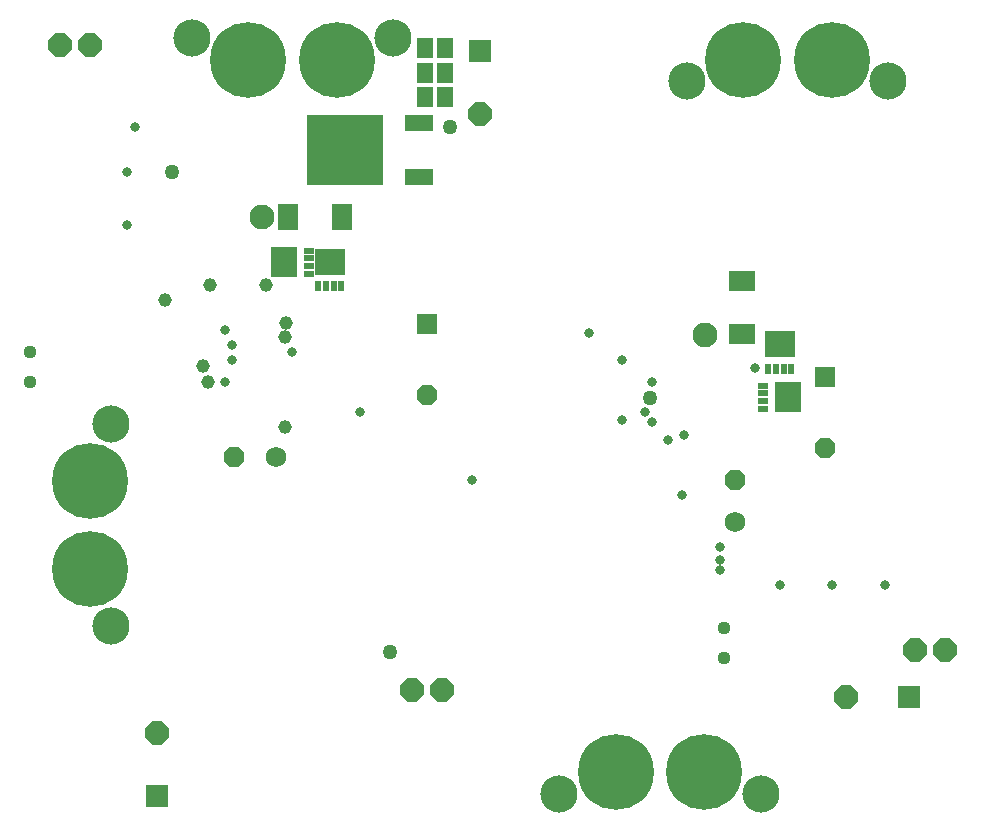
<source format=gbs>
G75*
%MOIN*%
%OFA0B0*%
%FSLAX25Y25*%
%IPPOS*%
%LPD*%
%AMOC8*
5,1,8,0,0,1.08239X$1,22.5*
%
%ADD10OC8,0.07724*%
%ADD11C,0.12400*%
%ADD12C,0.25269*%
%ADD13OC8,0.06900*%
%ADD14C,0.06900*%
%ADD15R,0.05718X0.06506*%
%ADD16R,0.25797X0.23435*%
%ADD17R,0.09261X0.05324*%
%ADD18R,0.09931X0.09065*%
%ADD19R,0.02254X0.03356*%
%ADD20R,0.07724X0.07724*%
%ADD21R,0.09065X0.09931*%
%ADD22R,0.03356X0.02254*%
%ADD23R,0.06899X0.08868*%
%ADD24C,0.04378*%
%ADD25R,0.08868X0.06899*%
%ADD26R,0.06937X0.06937*%
%ADD27OC8,0.06937*%
%ADD28C,0.04962*%
%ADD29C,0.04600*%
%ADD30C,0.03300*%
%ADD31C,0.08277*%
D10*
X0056000Y0041433D03*
X0141000Y0056000D03*
X0151000Y0056000D03*
X0285567Y0053500D03*
X0308491Y0069153D03*
X0318491Y0069153D03*
X0163500Y0248067D03*
X0033500Y0271000D03*
X0023500Y0271000D03*
D11*
X0067400Y0273100D03*
X0134600Y0273100D03*
X0232400Y0258900D03*
X0299600Y0258900D03*
X0040600Y0144600D03*
X0040600Y0077400D03*
X0189900Y0021400D03*
X0257100Y0021400D03*
D12*
X0238250Y0028500D03*
X0208750Y0028500D03*
X0033500Y0096250D03*
X0033500Y0125750D03*
X0086250Y0266000D03*
X0115750Y0266000D03*
X0251250Y0266000D03*
X0280750Y0266000D03*
D13*
X0248380Y0125934D03*
X0081500Y0133500D03*
D14*
X0095500Y0133500D03*
X0248380Y0111934D03*
D15*
X0151846Y0253500D03*
X0145154Y0253500D03*
X0145154Y0261687D03*
X0151846Y0261687D03*
X0151952Y0269874D03*
X0145259Y0269874D03*
D16*
X0118500Y0236000D03*
D17*
X0143303Y0227024D03*
X0143303Y0244976D03*
D18*
X0113500Y0198657D03*
X0263500Y0171157D03*
D19*
X0262220Y0162988D03*
X0259661Y0162988D03*
X0264780Y0162988D03*
X0267339Y0162988D03*
X0117339Y0190488D03*
X0114780Y0190488D03*
X0112220Y0190488D03*
X0109661Y0190488D03*
D20*
X0056000Y0020567D03*
X0306433Y0053500D03*
X0163500Y0268933D03*
D21*
X0098343Y0198500D03*
X0266157Y0153500D03*
D22*
X0257988Y0152220D03*
X0257988Y0149661D03*
X0257988Y0154780D03*
X0257988Y0157339D03*
X0106512Y0194661D03*
X0106512Y0197220D03*
X0106512Y0199780D03*
X0106512Y0202339D03*
D23*
X0099642Y0213500D03*
X0117358Y0213500D03*
D24*
X0013500Y0168500D03*
X0013500Y0158500D03*
X0244880Y0076735D03*
X0244880Y0066735D03*
D25*
X0251000Y0174642D03*
X0251000Y0192358D03*
D26*
X0278500Y0160311D03*
X0146000Y0177811D03*
D27*
X0146000Y0154189D03*
X0278500Y0136689D03*
D28*
X0220045Y0153347D03*
X0133500Y0068500D03*
X0061000Y0228500D03*
X0153500Y0243500D03*
D29*
X0092200Y0191000D03*
X0098808Y0178192D03*
X0098500Y0173500D03*
X0071300Y0163900D03*
X0072900Y0158500D03*
X0098500Y0143500D03*
X0058500Y0186000D03*
X0073500Y0191000D03*
D30*
X0078500Y0176000D03*
X0081000Y0171000D03*
X0081000Y0166000D03*
X0078500Y0158500D03*
X0101000Y0168500D03*
X0123500Y0148500D03*
X0161000Y0126000D03*
X0211000Y0146000D03*
X0218500Y0148500D03*
X0220835Y0145200D03*
X0226192Y0139273D03*
X0231550Y0141000D03*
X0221000Y0158500D03*
X0211000Y0166000D03*
X0199927Y0174855D03*
X0255171Y0163416D03*
X0231000Y0121000D03*
X0243500Y0103500D03*
X0243500Y0099300D03*
X0243500Y0096000D03*
X0263500Y0091000D03*
X0281000Y0091000D03*
X0298500Y0091000D03*
X0048500Y0243500D03*
X0046000Y0228500D03*
X0046000Y0211000D03*
D31*
X0091000Y0213500D03*
X0238500Y0174112D03*
M02*

</source>
